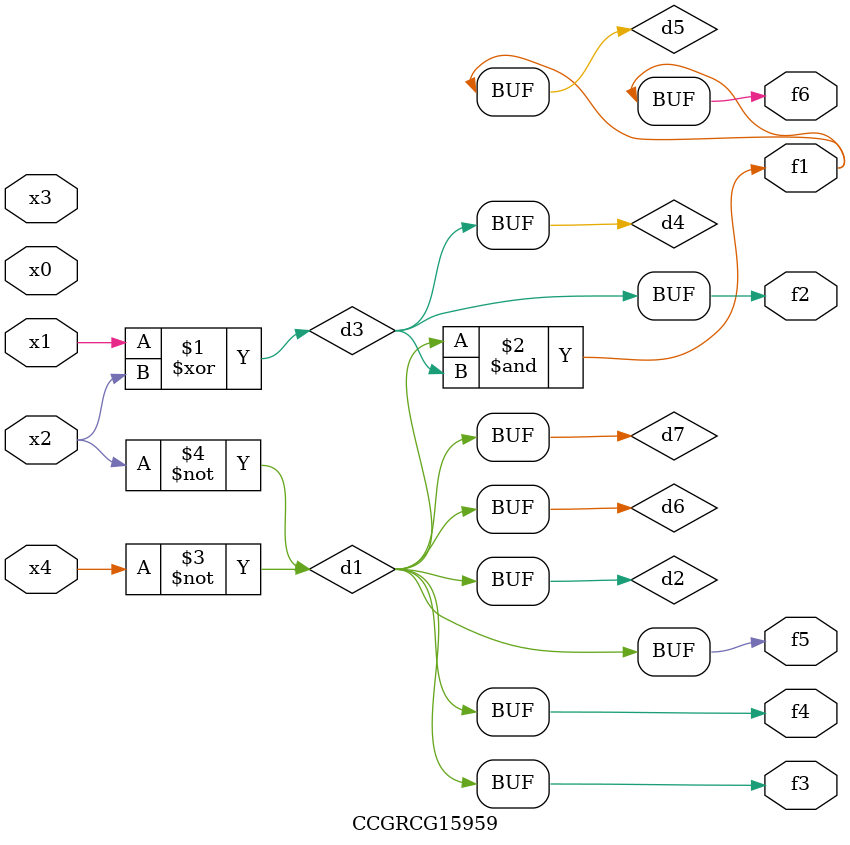
<source format=v>
module CCGRCG15959(
	input x0, x1, x2, x3, x4,
	output f1, f2, f3, f4, f5, f6
);

	wire d1, d2, d3, d4, d5, d6, d7;

	not (d1, x4);
	not (d2, x2);
	xor (d3, x1, x2);
	buf (d4, d3);
	and (d5, d1, d3);
	buf (d6, d1, d2);
	buf (d7, d2);
	assign f1 = d5;
	assign f2 = d4;
	assign f3 = d7;
	assign f4 = d7;
	assign f5 = d7;
	assign f6 = d5;
endmodule

</source>
